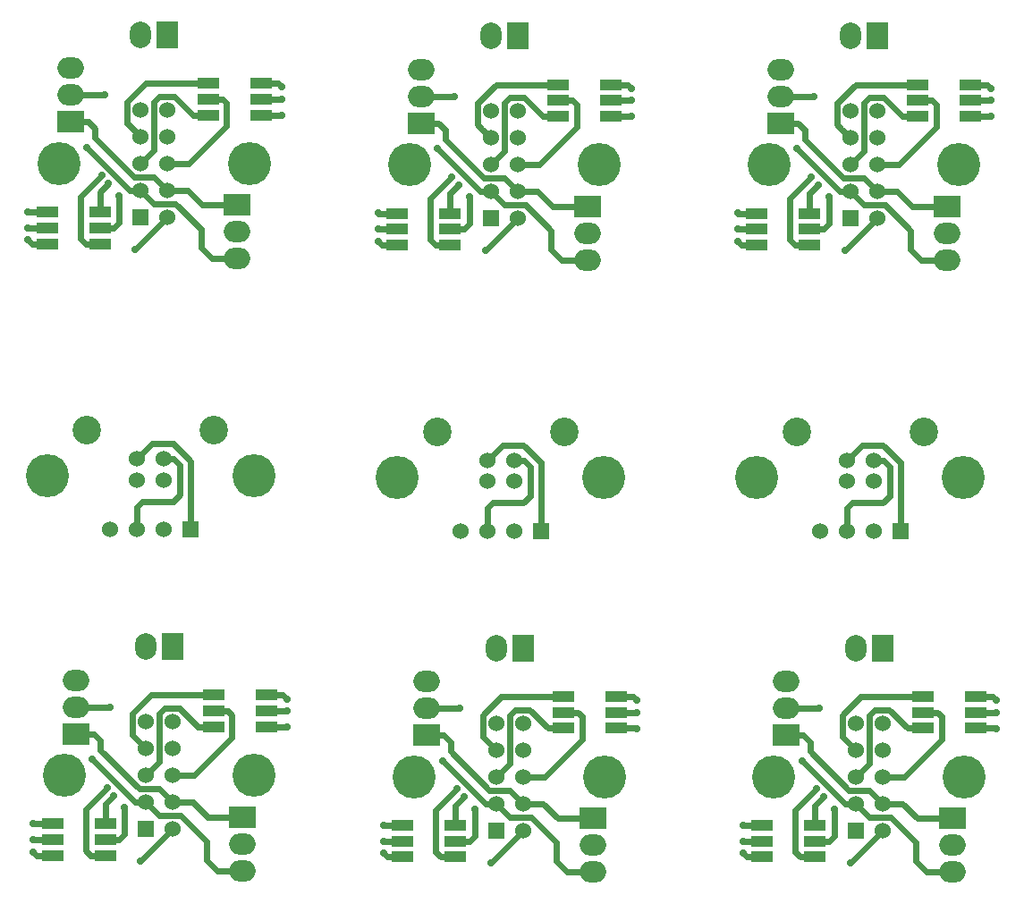
<source format=gtl>
G04 (created by PCBNEW (2013-may-18)-stable) date Пн 18 апр 2016 10:16:46*
%MOIN*%
G04 Gerber Fmt 3.4, Leading zero omitted, Abs format*
%FSLAX34Y34*%
G01*
G70*
G90*
G04 APERTURE LIST*
%ADD10C,0.00590551*%
%ADD11C,0.16*%
%ADD12R,0.06X0.06*%
%ADD13C,0.06*%
%ADD14R,0.0787402X0.0984252*%
%ADD15O,0.0787402X0.0984252*%
%ADD16R,0.0984252X0.0787402*%
%ADD17O,0.0984252X0.0787402*%
%ADD18R,0.0787402X0.0393701*%
%ADD19C,0.1063*%
%ADD20C,0.0275591*%
%ADD21C,0.023622*%
G04 APERTURE END LIST*
G54D10*
G54D11*
X57836Y-75310D03*
X64923Y-75310D03*
G54D12*
X60880Y-77310D03*
G54D13*
X61880Y-77310D03*
X60880Y-76310D03*
X61880Y-76310D03*
X60880Y-75310D03*
X61880Y-75310D03*
X60880Y-74310D03*
X61880Y-74310D03*
X60880Y-73310D03*
X61880Y-73310D03*
G54D14*
X61880Y-70510D03*
G54D15*
X60880Y-70510D03*
G54D16*
X58280Y-73760D03*
G54D17*
X58280Y-72760D03*
X58280Y-71760D03*
G54D16*
X64480Y-76860D03*
G54D17*
X64480Y-77860D03*
X64480Y-78860D03*
G54D18*
X59364Y-78300D03*
X59364Y-77710D03*
X59364Y-77119D03*
X57395Y-77119D03*
X57395Y-77710D03*
X57395Y-78300D03*
X63395Y-72319D03*
X63395Y-72910D03*
X63395Y-73500D03*
X65364Y-73500D03*
X65364Y-72910D03*
X65364Y-72319D03*
X63205Y-49509D03*
X63205Y-50100D03*
X63205Y-50690D03*
X65174Y-50690D03*
X65174Y-50100D03*
X65174Y-49509D03*
X59174Y-55490D03*
X59174Y-54900D03*
X59174Y-54309D03*
X57205Y-54309D03*
X57205Y-54900D03*
X57205Y-55490D03*
G54D16*
X64290Y-54050D03*
G54D17*
X64290Y-55050D03*
X64290Y-56050D03*
G54D16*
X58090Y-50950D03*
G54D17*
X58090Y-49950D03*
X58090Y-48950D03*
G54D14*
X61690Y-47700D03*
G54D15*
X60690Y-47700D03*
G54D12*
X60690Y-54500D03*
G54D13*
X61690Y-54500D03*
X60690Y-53500D03*
X61690Y-53500D03*
X60690Y-52500D03*
X61690Y-52500D03*
X60690Y-51500D03*
X61690Y-51500D03*
X60690Y-50500D03*
X61690Y-50500D03*
G54D11*
X64733Y-52500D03*
X57646Y-52500D03*
G54D13*
X60550Y-64300D03*
X61550Y-64300D03*
X61550Y-63513D03*
X60550Y-63513D03*
G54D19*
X58688Y-62450D03*
X63412Y-62450D03*
G54D12*
X62550Y-66150D03*
G54D13*
X61550Y-66150D03*
X60550Y-66150D03*
X59550Y-66150D03*
G54D11*
X57200Y-64150D03*
X64900Y-64150D03*
X77950Y-64200D03*
X70250Y-64200D03*
G54D12*
X75600Y-66200D03*
G54D13*
X74600Y-66200D03*
X73600Y-66200D03*
X72600Y-66200D03*
X73600Y-64350D03*
X74600Y-64350D03*
X74600Y-63563D03*
X73600Y-63563D03*
G54D19*
X71738Y-62500D03*
X76462Y-62500D03*
G54D11*
X70696Y-52550D03*
X77783Y-52550D03*
G54D12*
X73740Y-54550D03*
G54D13*
X74740Y-54550D03*
X73740Y-53550D03*
X74740Y-53550D03*
X73740Y-52550D03*
X74740Y-52550D03*
X73740Y-51550D03*
X74740Y-51550D03*
X73740Y-50550D03*
X74740Y-50550D03*
G54D14*
X74740Y-47750D03*
G54D15*
X73740Y-47750D03*
G54D16*
X71140Y-51000D03*
G54D17*
X71140Y-50000D03*
X71140Y-49000D03*
G54D16*
X77340Y-54100D03*
G54D17*
X77340Y-55100D03*
X77340Y-56100D03*
G54D18*
X72224Y-55540D03*
X72224Y-54950D03*
X72224Y-54359D03*
X70255Y-54359D03*
X70255Y-54950D03*
X70255Y-55540D03*
X76255Y-49559D03*
X76255Y-50150D03*
X76255Y-50740D03*
X78224Y-50740D03*
X78224Y-50150D03*
X78224Y-49559D03*
X76445Y-72369D03*
X76445Y-72960D03*
X76445Y-73550D03*
X78414Y-73550D03*
X78414Y-72960D03*
X78414Y-72369D03*
X72414Y-78350D03*
X72414Y-77760D03*
X72414Y-77169D03*
X70445Y-77169D03*
X70445Y-77760D03*
X70445Y-78350D03*
G54D16*
X77530Y-76910D03*
G54D17*
X77530Y-77910D03*
X77530Y-78910D03*
G54D16*
X71330Y-73810D03*
G54D17*
X71330Y-72810D03*
X71330Y-71810D03*
G54D14*
X74930Y-70560D03*
G54D15*
X73930Y-70560D03*
G54D12*
X73930Y-77360D03*
G54D13*
X74930Y-77360D03*
X73930Y-76360D03*
X74930Y-76360D03*
X73930Y-75360D03*
X74930Y-75360D03*
X73930Y-74360D03*
X74930Y-74360D03*
X73930Y-73360D03*
X74930Y-73360D03*
G54D11*
X77973Y-75360D03*
X70886Y-75360D03*
X84286Y-75360D03*
X91373Y-75360D03*
G54D12*
X87330Y-77360D03*
G54D13*
X88330Y-77360D03*
X87330Y-76360D03*
X88330Y-76360D03*
X87330Y-75360D03*
X88330Y-75360D03*
X87330Y-74360D03*
X88330Y-74360D03*
X87330Y-73360D03*
X88330Y-73360D03*
G54D14*
X88330Y-70560D03*
G54D15*
X87330Y-70560D03*
G54D16*
X84730Y-73810D03*
G54D17*
X84730Y-72810D03*
X84730Y-71810D03*
G54D16*
X90930Y-76910D03*
G54D17*
X90930Y-77910D03*
X90930Y-78910D03*
G54D18*
X85814Y-78350D03*
X85814Y-77760D03*
X85814Y-77169D03*
X83845Y-77169D03*
X83845Y-77760D03*
X83845Y-78350D03*
X89845Y-72369D03*
X89845Y-72960D03*
X89845Y-73550D03*
X91814Y-73550D03*
X91814Y-72960D03*
X91814Y-72369D03*
X89655Y-49559D03*
X89655Y-50150D03*
X89655Y-50740D03*
X91624Y-50740D03*
X91624Y-50150D03*
X91624Y-49559D03*
X85624Y-55540D03*
X85624Y-54950D03*
X85624Y-54359D03*
X83655Y-54359D03*
X83655Y-54950D03*
X83655Y-55540D03*
G54D16*
X90740Y-54100D03*
G54D17*
X90740Y-55100D03*
X90740Y-56100D03*
G54D16*
X84540Y-51000D03*
G54D17*
X84540Y-50000D03*
X84540Y-49000D03*
G54D14*
X88140Y-47750D03*
G54D15*
X87140Y-47750D03*
G54D12*
X87140Y-54550D03*
G54D13*
X88140Y-54550D03*
X87140Y-53550D03*
X88140Y-53550D03*
X87140Y-52550D03*
X88140Y-52550D03*
X87140Y-51550D03*
X88140Y-51550D03*
X87140Y-50550D03*
X88140Y-50550D03*
G54D11*
X91183Y-52550D03*
X84096Y-52550D03*
G54D13*
X87000Y-64350D03*
X88000Y-64350D03*
X88000Y-63563D03*
X87000Y-63563D03*
G54D19*
X85138Y-62500D03*
X89862Y-62500D03*
G54D12*
X89000Y-66200D03*
G54D13*
X88000Y-66200D03*
X87000Y-66200D03*
X86000Y-66200D03*
G54D11*
X83650Y-64200D03*
X91350Y-64200D03*
G54D20*
X58880Y-74710D03*
X58690Y-51900D03*
X71740Y-51950D03*
X71930Y-74760D03*
X85330Y-74760D03*
X85140Y-51950D03*
X60680Y-78510D03*
X60490Y-55700D03*
X73540Y-55750D03*
X73730Y-78560D03*
X87130Y-78560D03*
X86940Y-55750D03*
X59530Y-72760D03*
X59340Y-49950D03*
X72390Y-50000D03*
X72580Y-72810D03*
X85980Y-72810D03*
X85790Y-50000D03*
X59680Y-76060D03*
X59490Y-53250D03*
X72540Y-53300D03*
X72730Y-76110D03*
X86130Y-76110D03*
X85940Y-53300D03*
X60080Y-76510D03*
X59890Y-53700D03*
X72940Y-53750D03*
X73130Y-76560D03*
X86530Y-76560D03*
X86340Y-53750D03*
X59430Y-75760D03*
X59240Y-52950D03*
X72290Y-53000D03*
X72480Y-75810D03*
X85880Y-75810D03*
X85690Y-53000D03*
X66130Y-73510D03*
X65940Y-50700D03*
X78990Y-50750D03*
X79180Y-73560D03*
X92580Y-73560D03*
X92390Y-50750D03*
X66130Y-72460D03*
X65940Y-49650D03*
X78990Y-49700D03*
X79180Y-72510D03*
X92580Y-72510D03*
X92390Y-49700D03*
X66130Y-72910D03*
X65940Y-50100D03*
X78990Y-50150D03*
X79180Y-72960D03*
X92580Y-72960D03*
X92390Y-50150D03*
X56680Y-78160D03*
X56490Y-55350D03*
X69540Y-55400D03*
X69730Y-78210D03*
X83130Y-78210D03*
X82940Y-55400D03*
X56680Y-77710D03*
X56490Y-54900D03*
X69540Y-54950D03*
X69730Y-77760D03*
X83130Y-77760D03*
X82940Y-54950D03*
X56680Y-77110D03*
X56490Y-54300D03*
X69540Y-54350D03*
X69730Y-77160D03*
X83130Y-77160D03*
X82940Y-54350D03*
G54D21*
X61380Y-76810D02*
X62180Y-76810D01*
X62180Y-76810D02*
X63130Y-77760D01*
X63130Y-77760D02*
X63130Y-78460D01*
X63130Y-78460D02*
X63530Y-78860D01*
X63530Y-78860D02*
X64480Y-78860D01*
X60880Y-76310D02*
X61380Y-76810D01*
X60480Y-76310D02*
X58880Y-74710D01*
X60880Y-76310D02*
X60480Y-76310D01*
X60690Y-53500D02*
X60290Y-53500D01*
X60290Y-53500D02*
X58690Y-51900D01*
X60690Y-53500D02*
X61190Y-54000D01*
X63340Y-56050D02*
X64290Y-56050D01*
X62940Y-55650D02*
X63340Y-56050D01*
X62940Y-54950D02*
X62940Y-55650D01*
X61990Y-54000D02*
X62940Y-54950D01*
X61190Y-54000D02*
X61990Y-54000D01*
X74240Y-54050D02*
X75040Y-54050D01*
X75040Y-54050D02*
X75990Y-55000D01*
X75990Y-55000D02*
X75990Y-55700D01*
X75990Y-55700D02*
X76390Y-56100D01*
X76390Y-56100D02*
X77340Y-56100D01*
X73740Y-53550D02*
X74240Y-54050D01*
X73340Y-53550D02*
X71740Y-51950D01*
X73740Y-53550D02*
X73340Y-53550D01*
X73930Y-76360D02*
X73530Y-76360D01*
X73530Y-76360D02*
X71930Y-74760D01*
X73930Y-76360D02*
X74430Y-76860D01*
X76580Y-78910D02*
X77530Y-78910D01*
X76180Y-78510D02*
X76580Y-78910D01*
X76180Y-77810D02*
X76180Y-78510D01*
X75230Y-76860D02*
X76180Y-77810D01*
X74430Y-76860D02*
X75230Y-76860D01*
X87830Y-76860D02*
X88630Y-76860D01*
X88630Y-76860D02*
X89580Y-77810D01*
X89580Y-77810D02*
X89580Y-78510D01*
X89580Y-78510D02*
X89980Y-78910D01*
X89980Y-78910D02*
X90930Y-78910D01*
X87330Y-76360D02*
X87830Y-76860D01*
X86930Y-76360D02*
X85330Y-74760D01*
X87330Y-76360D02*
X86930Y-76360D01*
X87140Y-53550D02*
X86740Y-53550D01*
X86740Y-53550D02*
X85140Y-51950D01*
X87140Y-53550D02*
X87640Y-54050D01*
X89790Y-56100D02*
X90740Y-56100D01*
X89390Y-55700D02*
X89790Y-56100D01*
X89390Y-55000D02*
X89390Y-55700D01*
X88440Y-54050D02*
X89390Y-55000D01*
X87640Y-54050D02*
X88440Y-54050D01*
X61880Y-77310D02*
X60680Y-78510D01*
X61690Y-54500D02*
X60490Y-55700D01*
X74740Y-54550D02*
X73540Y-55750D01*
X74930Y-77360D02*
X73730Y-78560D01*
X88330Y-77360D02*
X87130Y-78560D01*
X88140Y-54550D02*
X86940Y-55750D01*
X59530Y-72760D02*
X58280Y-72760D01*
X59340Y-49950D02*
X58090Y-49950D01*
X72390Y-50000D02*
X71140Y-50000D01*
X72580Y-72810D02*
X71330Y-72810D01*
X85980Y-72810D02*
X84730Y-72810D01*
X85790Y-50000D02*
X84540Y-50000D01*
X62550Y-66150D02*
X62550Y-63600D01*
X61113Y-62950D02*
X60550Y-63513D01*
X61900Y-62950D02*
X61113Y-62950D01*
X62550Y-63600D02*
X61900Y-62950D01*
X75600Y-63650D02*
X74950Y-63000D01*
X74950Y-63000D02*
X74163Y-63000D01*
X74163Y-63000D02*
X73600Y-63563D01*
X75600Y-66200D02*
X75600Y-63650D01*
X89000Y-66200D02*
X89000Y-63650D01*
X87563Y-63000D02*
X87000Y-63563D01*
X88350Y-63000D02*
X87563Y-63000D01*
X89000Y-63650D02*
X88350Y-63000D01*
X61380Y-74810D02*
X61380Y-73010D01*
X61380Y-73010D02*
X61580Y-72810D01*
X61580Y-72810D02*
X62130Y-72810D01*
X62130Y-72810D02*
X62820Y-73500D01*
X62820Y-73500D02*
X63395Y-73500D01*
X60880Y-75310D02*
X61380Y-74810D01*
X59364Y-76375D02*
X59680Y-76060D01*
X59364Y-77119D02*
X59364Y-76375D01*
X59174Y-54309D02*
X59174Y-53565D01*
X59174Y-53565D02*
X59490Y-53250D01*
X60690Y-52500D02*
X61190Y-52000D01*
X62630Y-50690D02*
X63205Y-50690D01*
X61940Y-50000D02*
X62630Y-50690D01*
X61390Y-50000D02*
X61940Y-50000D01*
X61190Y-50200D02*
X61390Y-50000D01*
X61190Y-52000D02*
X61190Y-50200D01*
X74240Y-52050D02*
X74240Y-50250D01*
X74240Y-50250D02*
X74440Y-50050D01*
X74440Y-50050D02*
X74990Y-50050D01*
X74990Y-50050D02*
X75680Y-50740D01*
X75680Y-50740D02*
X76255Y-50740D01*
X73740Y-52550D02*
X74240Y-52050D01*
X72224Y-53615D02*
X72540Y-53300D01*
X72224Y-54359D02*
X72224Y-53615D01*
X72414Y-77169D02*
X72414Y-76425D01*
X72414Y-76425D02*
X72730Y-76110D01*
X73930Y-75360D02*
X74430Y-74860D01*
X75870Y-73550D02*
X76445Y-73550D01*
X75180Y-72860D02*
X75870Y-73550D01*
X74630Y-72860D02*
X75180Y-72860D01*
X74430Y-73060D02*
X74630Y-72860D01*
X74430Y-74860D02*
X74430Y-73060D01*
X87830Y-74860D02*
X87830Y-73060D01*
X87830Y-73060D02*
X88030Y-72860D01*
X88030Y-72860D02*
X88580Y-72860D01*
X88580Y-72860D02*
X89270Y-73550D01*
X89270Y-73550D02*
X89845Y-73550D01*
X87330Y-75360D02*
X87830Y-74860D01*
X85814Y-76425D02*
X86130Y-76110D01*
X85814Y-77169D02*
X85814Y-76425D01*
X85624Y-54359D02*
X85624Y-53615D01*
X85624Y-53615D02*
X85940Y-53300D01*
X87140Y-52550D02*
X87640Y-52050D01*
X89080Y-50740D02*
X89655Y-50740D01*
X88390Y-50050D02*
X89080Y-50740D01*
X87840Y-50050D02*
X88390Y-50050D01*
X87640Y-50250D02*
X87840Y-50050D01*
X87640Y-52050D02*
X87640Y-50250D01*
X63930Y-72910D02*
X64080Y-73060D01*
X64080Y-73060D02*
X64080Y-73910D01*
X64080Y-73910D02*
X62680Y-75310D01*
X62680Y-75310D02*
X61880Y-75310D01*
X63395Y-72910D02*
X63930Y-72910D01*
X59880Y-77710D02*
X60080Y-77510D01*
X60080Y-77510D02*
X60080Y-76510D01*
X59364Y-77710D02*
X59880Y-77710D01*
X59174Y-54900D02*
X59690Y-54900D01*
X59890Y-54700D02*
X59890Y-53700D01*
X59690Y-54900D02*
X59890Y-54700D01*
X63205Y-50100D02*
X63740Y-50100D01*
X62490Y-52500D02*
X61690Y-52500D01*
X63890Y-51100D02*
X62490Y-52500D01*
X63890Y-50250D02*
X63890Y-51100D01*
X63740Y-50100D02*
X63890Y-50250D01*
X76790Y-50150D02*
X76940Y-50300D01*
X76940Y-50300D02*
X76940Y-51150D01*
X76940Y-51150D02*
X75540Y-52550D01*
X75540Y-52550D02*
X74740Y-52550D01*
X76255Y-50150D02*
X76790Y-50150D01*
X72740Y-54950D02*
X72940Y-54750D01*
X72940Y-54750D02*
X72940Y-53750D01*
X72224Y-54950D02*
X72740Y-54950D01*
X72414Y-77760D02*
X72930Y-77760D01*
X73130Y-77560D02*
X73130Y-76560D01*
X72930Y-77760D02*
X73130Y-77560D01*
X76445Y-72960D02*
X76980Y-72960D01*
X75730Y-75360D02*
X74930Y-75360D01*
X77130Y-73960D02*
X75730Y-75360D01*
X77130Y-73110D02*
X77130Y-73960D01*
X76980Y-72960D02*
X77130Y-73110D01*
X90380Y-72960D02*
X90530Y-73110D01*
X90530Y-73110D02*
X90530Y-73960D01*
X90530Y-73960D02*
X89130Y-75360D01*
X89130Y-75360D02*
X88330Y-75360D01*
X89845Y-72960D02*
X90380Y-72960D01*
X86330Y-77760D02*
X86530Y-77560D01*
X86530Y-77560D02*
X86530Y-76560D01*
X85814Y-77760D02*
X86330Y-77760D01*
X85624Y-54950D02*
X86140Y-54950D01*
X86340Y-54750D02*
X86340Y-53750D01*
X86140Y-54950D02*
X86340Y-54750D01*
X89655Y-50150D02*
X90190Y-50150D01*
X88940Y-52550D02*
X88140Y-52550D01*
X90340Y-51150D02*
X88940Y-52550D01*
X90340Y-50300D02*
X90340Y-51150D01*
X90190Y-50150D02*
X90340Y-50300D01*
X60530Y-73960D02*
X60380Y-73810D01*
X60380Y-73810D02*
X60380Y-73010D01*
X60380Y-73010D02*
X61070Y-72319D01*
X61070Y-72319D02*
X63395Y-72319D01*
X60880Y-74310D02*
X60530Y-73960D01*
X59430Y-75760D02*
X58630Y-76560D01*
X58630Y-76560D02*
X58630Y-78110D01*
X58630Y-78110D02*
X58820Y-78300D01*
X58820Y-78300D02*
X59364Y-78300D01*
X58630Y-55490D02*
X59174Y-55490D01*
X58440Y-55300D02*
X58630Y-55490D01*
X58440Y-53750D02*
X58440Y-55300D01*
X59240Y-52950D02*
X58440Y-53750D01*
X60690Y-51500D02*
X60340Y-51150D01*
X60880Y-49509D02*
X63205Y-49509D01*
X60190Y-50200D02*
X60880Y-49509D01*
X60190Y-51000D02*
X60190Y-50200D01*
X60340Y-51150D02*
X60190Y-51000D01*
X73390Y-51200D02*
X73240Y-51050D01*
X73240Y-51050D02*
X73240Y-50250D01*
X73240Y-50250D02*
X73930Y-49559D01*
X73930Y-49559D02*
X76255Y-49559D01*
X73740Y-51550D02*
X73390Y-51200D01*
X72290Y-53000D02*
X71490Y-53800D01*
X71490Y-53800D02*
X71490Y-55350D01*
X71490Y-55350D02*
X71680Y-55540D01*
X71680Y-55540D02*
X72224Y-55540D01*
X71870Y-78350D02*
X72414Y-78350D01*
X71680Y-78160D02*
X71870Y-78350D01*
X71680Y-76610D02*
X71680Y-78160D01*
X72480Y-75810D02*
X71680Y-76610D01*
X73930Y-74360D02*
X73580Y-74010D01*
X74120Y-72369D02*
X76445Y-72369D01*
X73430Y-73060D02*
X74120Y-72369D01*
X73430Y-73860D02*
X73430Y-73060D01*
X73580Y-74010D02*
X73430Y-73860D01*
X86980Y-74010D02*
X86830Y-73860D01*
X86830Y-73860D02*
X86830Y-73060D01*
X86830Y-73060D02*
X87520Y-72369D01*
X87520Y-72369D02*
X89845Y-72369D01*
X87330Y-74360D02*
X86980Y-74010D01*
X85880Y-75810D02*
X85080Y-76610D01*
X85080Y-76610D02*
X85080Y-78160D01*
X85080Y-78160D02*
X85270Y-78350D01*
X85270Y-78350D02*
X85814Y-78350D01*
X85080Y-55540D02*
X85624Y-55540D01*
X84890Y-55350D02*
X85080Y-55540D01*
X84890Y-53800D02*
X84890Y-55350D01*
X85690Y-53000D02*
X84890Y-53800D01*
X87140Y-51550D02*
X86790Y-51200D01*
X87330Y-49559D02*
X89655Y-49559D01*
X86640Y-50250D02*
X87330Y-49559D01*
X86640Y-51050D02*
X86640Y-50250D01*
X86790Y-51200D02*
X86640Y-51050D01*
X66120Y-73500D02*
X66130Y-73510D01*
X65364Y-73500D02*
X66120Y-73500D01*
X65174Y-50690D02*
X65930Y-50690D01*
X65930Y-50690D02*
X65940Y-50700D01*
X78980Y-50740D02*
X78990Y-50750D01*
X78224Y-50740D02*
X78980Y-50740D01*
X78414Y-73550D02*
X79170Y-73550D01*
X79170Y-73550D02*
X79180Y-73560D01*
X92570Y-73550D02*
X92580Y-73560D01*
X91814Y-73550D02*
X92570Y-73550D01*
X91624Y-50740D02*
X92380Y-50740D01*
X92380Y-50740D02*
X92390Y-50750D01*
X65989Y-72319D02*
X66130Y-72460D01*
X65364Y-72319D02*
X65989Y-72319D01*
X65174Y-49509D02*
X65799Y-49509D01*
X65799Y-49509D02*
X65940Y-49650D01*
X78849Y-49559D02*
X78990Y-49700D01*
X78224Y-49559D02*
X78849Y-49559D01*
X78414Y-72369D02*
X79039Y-72369D01*
X79039Y-72369D02*
X79180Y-72510D01*
X92439Y-72369D02*
X92580Y-72510D01*
X91814Y-72369D02*
X92439Y-72369D01*
X91624Y-49559D02*
X92249Y-49559D01*
X92249Y-49559D02*
X92390Y-49700D01*
X65364Y-72910D02*
X66130Y-72910D01*
X65174Y-50100D02*
X65940Y-50100D01*
X78224Y-50150D02*
X78990Y-50150D01*
X78414Y-72960D02*
X79180Y-72960D01*
X91814Y-72960D02*
X92580Y-72960D01*
X91624Y-50150D02*
X92390Y-50150D01*
X62630Y-76310D02*
X63180Y-76860D01*
X63180Y-76860D02*
X64480Y-76860D01*
X61880Y-76310D02*
X62630Y-76310D01*
X61380Y-75810D02*
X60630Y-75810D01*
X60630Y-75810D02*
X59180Y-74360D01*
X59180Y-74360D02*
X59180Y-74010D01*
X59180Y-74010D02*
X58930Y-73760D01*
X58930Y-73760D02*
X58280Y-73760D01*
X61880Y-76310D02*
X61380Y-75810D01*
X61690Y-53500D02*
X61190Y-53000D01*
X58740Y-50950D02*
X58090Y-50950D01*
X58990Y-51200D02*
X58740Y-50950D01*
X58990Y-51550D02*
X58990Y-51200D01*
X60440Y-53000D02*
X58990Y-51550D01*
X61190Y-53000D02*
X60440Y-53000D01*
X61690Y-53500D02*
X62440Y-53500D01*
X62990Y-54050D02*
X64290Y-54050D01*
X62440Y-53500D02*
X62990Y-54050D01*
X61550Y-63513D02*
X61913Y-63513D01*
X60550Y-65300D02*
X60550Y-66150D01*
X60750Y-65100D02*
X60550Y-65300D01*
X61900Y-65100D02*
X60750Y-65100D01*
X62150Y-64850D02*
X61900Y-65100D01*
X62150Y-63750D02*
X62150Y-64850D01*
X61913Y-63513D02*
X62150Y-63750D01*
X74963Y-63563D02*
X75200Y-63800D01*
X75200Y-63800D02*
X75200Y-64900D01*
X75200Y-64900D02*
X74950Y-65150D01*
X74950Y-65150D02*
X73800Y-65150D01*
X73800Y-65150D02*
X73600Y-65350D01*
X73600Y-65350D02*
X73600Y-66200D01*
X74600Y-63563D02*
X74963Y-63563D01*
X75490Y-53550D02*
X76040Y-54100D01*
X76040Y-54100D02*
X77340Y-54100D01*
X74740Y-53550D02*
X75490Y-53550D01*
X74240Y-53050D02*
X73490Y-53050D01*
X73490Y-53050D02*
X72040Y-51600D01*
X72040Y-51600D02*
X72040Y-51250D01*
X72040Y-51250D02*
X71790Y-51000D01*
X71790Y-51000D02*
X71140Y-51000D01*
X74740Y-53550D02*
X74240Y-53050D01*
X74930Y-76360D02*
X74430Y-75860D01*
X71980Y-73810D02*
X71330Y-73810D01*
X72230Y-74060D02*
X71980Y-73810D01*
X72230Y-74410D02*
X72230Y-74060D01*
X73680Y-75860D02*
X72230Y-74410D01*
X74430Y-75860D02*
X73680Y-75860D01*
X74930Y-76360D02*
X75680Y-76360D01*
X76230Y-76910D02*
X77530Y-76910D01*
X75680Y-76360D02*
X76230Y-76910D01*
X89080Y-76360D02*
X89630Y-76910D01*
X89630Y-76910D02*
X90930Y-76910D01*
X88330Y-76360D02*
X89080Y-76360D01*
X87830Y-75860D02*
X87080Y-75860D01*
X87080Y-75860D02*
X85630Y-74410D01*
X85630Y-74410D02*
X85630Y-74060D01*
X85630Y-74060D02*
X85380Y-73810D01*
X85380Y-73810D02*
X84730Y-73810D01*
X88330Y-76360D02*
X87830Y-75860D01*
X88140Y-53550D02*
X87640Y-53050D01*
X85190Y-51000D02*
X84540Y-51000D01*
X85440Y-51250D02*
X85190Y-51000D01*
X85440Y-51600D02*
X85440Y-51250D01*
X86890Y-53050D02*
X85440Y-51600D01*
X87640Y-53050D02*
X86890Y-53050D01*
X88140Y-53550D02*
X88890Y-53550D01*
X89440Y-54100D02*
X90740Y-54100D01*
X88890Y-53550D02*
X89440Y-54100D01*
X88000Y-63563D02*
X88363Y-63563D01*
X87000Y-65350D02*
X87000Y-66200D01*
X87200Y-65150D02*
X87000Y-65350D01*
X88350Y-65150D02*
X87200Y-65150D01*
X88600Y-64900D02*
X88350Y-65150D01*
X88600Y-63800D02*
X88600Y-64900D01*
X88363Y-63563D02*
X88600Y-63800D01*
X56820Y-78300D02*
X56680Y-78160D01*
X57395Y-78300D02*
X56820Y-78300D01*
X57205Y-55490D02*
X56630Y-55490D01*
X56630Y-55490D02*
X56490Y-55350D01*
X69680Y-55540D02*
X69540Y-55400D01*
X70255Y-55540D02*
X69680Y-55540D01*
X70445Y-78350D02*
X69870Y-78350D01*
X69870Y-78350D02*
X69730Y-78210D01*
X83270Y-78350D02*
X83130Y-78210D01*
X83845Y-78350D02*
X83270Y-78350D01*
X83655Y-55540D02*
X83080Y-55540D01*
X83080Y-55540D02*
X82940Y-55400D01*
X57395Y-77710D02*
X56680Y-77710D01*
X57205Y-54900D02*
X56490Y-54900D01*
X70255Y-54950D02*
X69540Y-54950D01*
X70445Y-77760D02*
X69730Y-77760D01*
X83845Y-77760D02*
X83130Y-77760D01*
X83655Y-54950D02*
X82940Y-54950D01*
X56689Y-77119D02*
X56680Y-77110D01*
X57395Y-77119D02*
X56689Y-77119D01*
X57205Y-54309D02*
X56499Y-54309D01*
X56499Y-54309D02*
X56490Y-54300D01*
X69549Y-54359D02*
X69540Y-54350D01*
X70255Y-54359D02*
X69549Y-54359D01*
X70445Y-77169D02*
X69739Y-77169D01*
X69739Y-77169D02*
X69730Y-77160D01*
X83139Y-77169D02*
X83130Y-77160D01*
X83845Y-77169D02*
X83139Y-77169D01*
X83655Y-54359D02*
X82949Y-54359D01*
X82949Y-54359D02*
X82940Y-54350D01*
M02*

</source>
